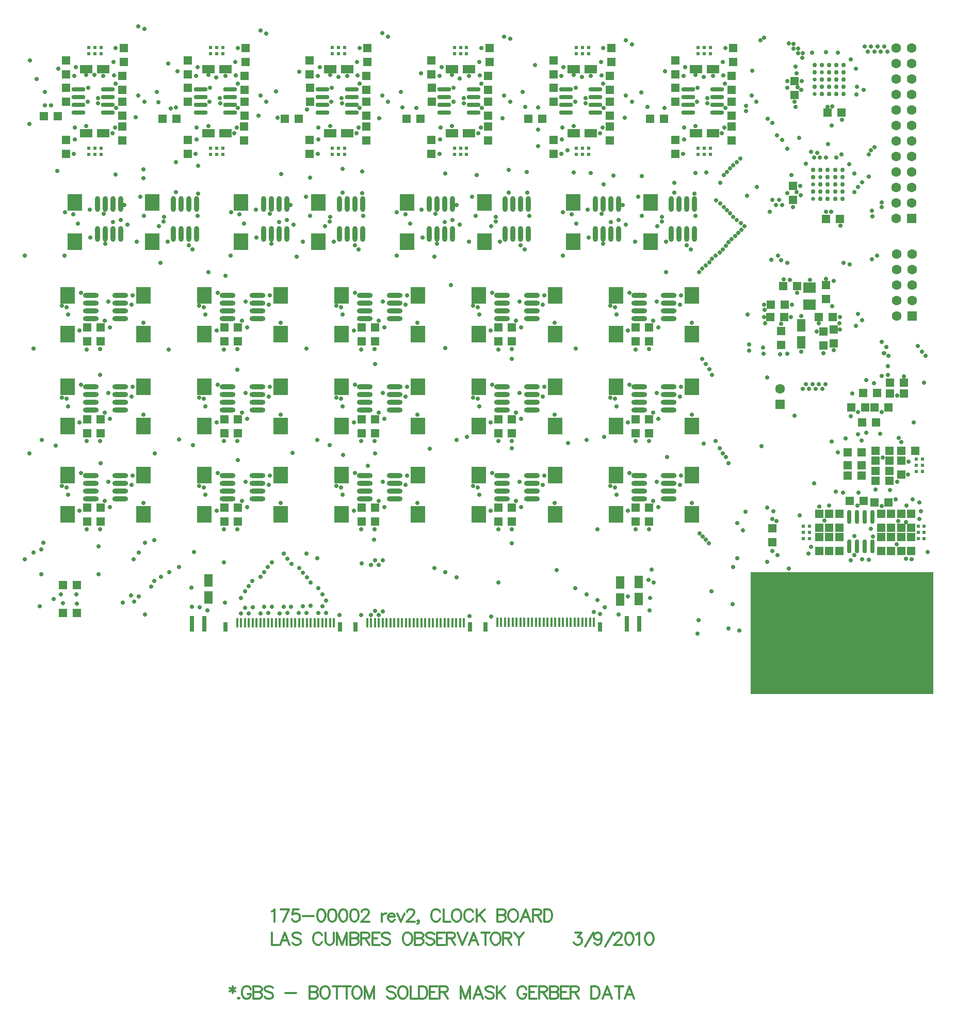
<source format=gbs>
%FSLAX23Y23*%
%MOIN*%
G70*
G01*
G75*
G04 Layer_Color=16711935*
%ADD10R,0.050X0.050*%
%ADD11R,0.036X0.036*%
%ADD12R,0.028X0.036*%
%ADD13R,0.036X0.036*%
%ADD14R,0.087X0.024*%
%ADD15O,0.008X0.033*%
%ADD16O,0.033X0.008*%
%ADD17O,0.024X0.087*%
%ADD18R,0.135X0.070*%
%ADD19R,0.070X0.135*%
%ADD20R,0.045X0.017*%
%ADD21R,0.060X0.086*%
%ADD22R,0.035X0.037*%
%ADD23R,0.035X0.037*%
%ADD24R,0.050X0.050*%
%ADD25O,0.098X0.028*%
%ADD26R,0.138X0.085*%
%ADD27R,0.043X0.085*%
%ADD28R,0.043X0.085*%
%ADD29O,0.061X0.010*%
%ADD30O,0.010X0.061*%
%ADD31R,0.100X0.100*%
%ADD32R,0.048X0.078*%
%ADD33R,0.085X0.138*%
%ADD34R,0.085X0.043*%
%ADD35R,0.085X0.043*%
%ADD36R,0.030X0.100*%
%ADD37R,0.014X0.060*%
%ADD38R,0.031X0.060*%
%ADD39R,0.228X0.228*%
%ADD40C,0.040*%
%ADD41C,0.010*%
%ADD42C,0.005*%
%ADD43C,0.007*%
%ADD44C,0.020*%
%ADD45C,0.012*%
%ADD46R,1.181X0.787*%
%ADD47C,0.012*%
%ADD48C,0.012*%
%ADD49R,0.059X0.059*%
%ADD50C,0.059*%
%ADD51C,0.020*%
%ADD52C,0.026*%
%ADD53C,0.050*%
%ADD54C,0.236*%
%ADD55C,0.024*%
%ADD56C,0.040*%
%ADD57C,0.055*%
%ADD58C,0.030*%
%ADD59C,0.033*%
G04:AMPARAMS|DCode=60|XSize=70mil|YSize=70mil|CornerRadius=0mil|HoleSize=0mil|Usage=FLASHONLY|Rotation=0.000|XOffset=0mil|YOffset=0mil|HoleType=Round|Shape=Relief|Width=10mil|Gap=10mil|Entries=4|*
%AMTHD60*
7,0,0,0.070,0.050,0.010,45*
%
%ADD60THD60*%
G04:AMPARAMS|DCode=61|XSize=95.433mil|YSize=95.433mil|CornerRadius=0mil|HoleSize=0mil|Usage=FLASHONLY|Rotation=0.000|XOffset=0mil|YOffset=0mil|HoleType=Round|Shape=Relief|Width=10mil|Gap=10mil|Entries=4|*
%AMTHD61*
7,0,0,0.095,0.075,0.010,45*
%
%ADD61THD61*%
%ADD62C,0.045*%
%ADD63R,0.075X0.063*%
%ADD64R,0.094X0.102*%
%ADD65O,0.028X0.098*%
%ADD66R,0.078X0.048*%
%ADD67O,0.087X0.024*%
%ADD68R,1.181X0.787*%
%ADD69C,0.010*%
%ADD70C,0.008*%
%ADD71C,0.010*%
%ADD72C,0.008*%
%ADD73C,0.024*%
%ADD74C,0.006*%
%ADD75R,0.240X0.165*%
%ADD76R,1.181X0.787*%
%ADD77R,0.054X0.054*%
%ADD78R,0.040X0.040*%
%ADD79R,0.032X0.040*%
%ADD80R,0.040X0.040*%
%ADD81R,0.091X0.028*%
%ADD82O,0.012X0.037*%
%ADD83O,0.037X0.012*%
%ADD84O,0.028X0.091*%
%ADD85R,0.139X0.074*%
%ADD86R,0.074X0.139*%
%ADD87R,0.049X0.021*%
%ADD88R,0.064X0.090*%
%ADD89R,0.039X0.041*%
%ADD90R,0.039X0.041*%
%ADD91R,0.054X0.054*%
%ADD92O,0.102X0.032*%
%ADD93R,0.142X0.089*%
%ADD94R,0.047X0.089*%
%ADD95R,0.047X0.089*%
%ADD96O,0.065X0.014*%
%ADD97O,0.014X0.065*%
%ADD98R,0.104X0.104*%
%ADD99R,0.052X0.082*%
%ADD100R,0.089X0.142*%
%ADD101R,0.089X0.047*%
%ADD102R,0.089X0.047*%
%ADD103R,0.232X0.232*%
%ADD104C,0.120*%
%ADD105C,0.080*%
%ADD106R,0.063X0.063*%
%ADD107C,0.063*%
%ADD108C,0.030*%
%ADD109C,0.054*%
%ADD110C,0.240*%
%ADD111C,0.028*%
%ADD112R,0.079X0.067*%
%ADD113R,0.098X0.106*%
%ADD114O,0.032X0.102*%
%ADD115R,0.082X0.052*%
%ADD116O,0.091X0.028*%
D36*
X25320Y15794D02*
D03*
X25241D02*
D03*
X22510Y15794D02*
D03*
X22431D02*
D03*
D37*
X23347Y15803D02*
D03*
X22722D02*
D03*
X25028Y15804D02*
D03*
X25003D02*
D03*
X24978D02*
D03*
X24953D02*
D03*
X24928D02*
D03*
X24903D02*
D03*
X24878D02*
D03*
X24853D02*
D03*
X24828D02*
D03*
X24803D02*
D03*
X24778D02*
D03*
X24753D02*
D03*
X24728D02*
D03*
X24703D02*
D03*
X24678D02*
D03*
X24653D02*
D03*
X24628D02*
D03*
X24603D02*
D03*
X24578D02*
D03*
X24553D02*
D03*
X24528D02*
D03*
X24503D02*
D03*
X24478D02*
D03*
X24453D02*
D03*
X24428D02*
D03*
X24403D02*
D03*
X24187Y15803D02*
D03*
X24162D02*
D03*
X24137D02*
D03*
X24112D02*
D03*
X24087D02*
D03*
X24062D02*
D03*
X24037D02*
D03*
X24012D02*
D03*
X23987D02*
D03*
X23962D02*
D03*
X23937D02*
D03*
X23912D02*
D03*
X23887D02*
D03*
X23862D02*
D03*
X23837D02*
D03*
X23812D02*
D03*
X23787D02*
D03*
X23762D02*
D03*
X23737D02*
D03*
X23712D02*
D03*
X23687D02*
D03*
X23662D02*
D03*
X23637D02*
D03*
X23612D02*
D03*
X23587D02*
D03*
X23562D02*
D03*
X23322D02*
D03*
X23297D02*
D03*
X23272D02*
D03*
X23247D02*
D03*
X23222D02*
D03*
X23197D02*
D03*
X23172D02*
D03*
X23147D02*
D03*
X23122D02*
D03*
X23097D02*
D03*
X23072D02*
D03*
X23047D02*
D03*
X23022D02*
D03*
X22997D02*
D03*
X22972D02*
D03*
X22947D02*
D03*
X22922D02*
D03*
X22897D02*
D03*
X22872D02*
D03*
X22847D02*
D03*
X22822D02*
D03*
X22797D02*
D03*
X22772D02*
D03*
X22747D02*
D03*
D38*
X25065Y15776D02*
D03*
X24325D02*
D03*
X24225D02*
D03*
X23485D02*
D03*
X23385D02*
D03*
X22645D02*
D03*
D45*
X22692Y13455D02*
Y13410D01*
X22673Y13444D02*
X22711Y13421D01*
Y13444D02*
X22673Y13421D01*
X22732Y13383D02*
X22728Y13379D01*
X22732Y13375D01*
X22735Y13379D01*
X22732Y13383D01*
X22810Y13436D02*
X22806Y13444D01*
X22799Y13452D01*
X22791Y13455D01*
X22776D01*
X22768Y13452D01*
X22760Y13444D01*
X22757Y13436D01*
X22753Y13425D01*
Y13406D01*
X22757Y13395D01*
X22760Y13387D01*
X22768Y13379D01*
X22776Y13375D01*
X22791D01*
X22799Y13379D01*
X22806Y13387D01*
X22810Y13395D01*
Y13406D01*
X22791D02*
X22810D01*
X22828Y13455D02*
Y13375D01*
Y13455D02*
X22863D01*
X22874Y13452D01*
X22878Y13448D01*
X22882Y13440D01*
Y13433D01*
X22878Y13425D01*
X22874Y13421D01*
X22863Y13417D01*
X22828D02*
X22863D01*
X22874Y13414D01*
X22878Y13410D01*
X22882Y13402D01*
Y13391D01*
X22878Y13383D01*
X22874Y13379D01*
X22863Y13375D01*
X22828D01*
X22953Y13444D02*
X22945Y13452D01*
X22934Y13455D01*
X22919D01*
X22907Y13452D01*
X22900Y13444D01*
Y13436D01*
X22903Y13429D01*
X22907Y13425D01*
X22915Y13421D01*
X22938Y13414D01*
X22945Y13410D01*
X22949Y13406D01*
X22953Y13398D01*
Y13387D01*
X22945Y13379D01*
X22934Y13375D01*
X22919D01*
X22907Y13379D01*
X22900Y13387D01*
X23034Y13410D02*
X23102D01*
X23189Y13455D02*
Y13375D01*
Y13455D02*
X23223D01*
X23234Y13452D01*
X23238Y13448D01*
X23242Y13440D01*
Y13433D01*
X23238Y13425D01*
X23234Y13421D01*
X23223Y13417D01*
X23189D02*
X23223D01*
X23234Y13414D01*
X23238Y13410D01*
X23242Y13402D01*
Y13391D01*
X23238Y13383D01*
X23234Y13379D01*
X23223Y13375D01*
X23189D01*
X23283Y13455D02*
X23275Y13452D01*
X23267Y13444D01*
X23264Y13436D01*
X23260Y13425D01*
Y13406D01*
X23264Y13395D01*
X23267Y13387D01*
X23275Y13379D01*
X23283Y13375D01*
X23298D01*
X23306Y13379D01*
X23313Y13387D01*
X23317Y13395D01*
X23321Y13406D01*
Y13425D01*
X23317Y13436D01*
X23313Y13444D01*
X23306Y13452D01*
X23298Y13455D01*
X23283D01*
X23366D02*
Y13375D01*
X23339Y13455D02*
X23393D01*
X23429D02*
Y13375D01*
X23402Y13455D02*
X23456D01*
X23488D02*
X23480Y13452D01*
X23473Y13444D01*
X23469Y13436D01*
X23465Y13425D01*
Y13406D01*
X23469Y13395D01*
X23473Y13387D01*
X23480Y13379D01*
X23488Y13375D01*
X23503D01*
X23511Y13379D01*
X23518Y13387D01*
X23522Y13395D01*
X23526Y13406D01*
Y13425D01*
X23522Y13436D01*
X23518Y13444D01*
X23511Y13452D01*
X23503Y13455D01*
X23488D01*
X23545D02*
Y13375D01*
Y13455D02*
X23575Y13375D01*
X23606Y13455D02*
X23575Y13375D01*
X23606Y13455D02*
Y13375D01*
X23745Y13444D02*
X23737Y13452D01*
X23726Y13455D01*
X23710D01*
X23699Y13452D01*
X23691Y13444D01*
Y13436D01*
X23695Y13429D01*
X23699Y13425D01*
X23707Y13421D01*
X23729Y13414D01*
X23737Y13410D01*
X23741Y13406D01*
X23745Y13398D01*
Y13387D01*
X23737Y13379D01*
X23726Y13375D01*
X23710D01*
X23699Y13379D01*
X23691Y13387D01*
X23785Y13455D02*
X23778Y13452D01*
X23770Y13444D01*
X23766Y13436D01*
X23763Y13425D01*
Y13406D01*
X23766Y13395D01*
X23770Y13387D01*
X23778Y13379D01*
X23785Y13375D01*
X23801D01*
X23808Y13379D01*
X23816Y13387D01*
X23820Y13395D01*
X23823Y13406D01*
Y13425D01*
X23820Y13436D01*
X23816Y13444D01*
X23808Y13452D01*
X23801Y13455D01*
X23785D01*
X23842D02*
Y13375D01*
X23888D01*
X23897Y13455D02*
Y13375D01*
Y13455D02*
X23923D01*
X23935Y13452D01*
X23942Y13444D01*
X23946Y13436D01*
X23950Y13425D01*
Y13406D01*
X23946Y13395D01*
X23942Y13387D01*
X23935Y13379D01*
X23923Y13375D01*
X23897D01*
X24017Y13455D02*
X23968D01*
Y13375D01*
X24017D01*
X23968Y13417D02*
X23998D01*
X24031Y13455D02*
Y13375D01*
Y13455D02*
X24065D01*
X24076Y13452D01*
X24080Y13448D01*
X24084Y13440D01*
Y13433D01*
X24080Y13425D01*
X24076Y13421D01*
X24065Y13417D01*
X24031D01*
X24057D02*
X24084Y13375D01*
X24165Y13455D02*
Y13375D01*
Y13455D02*
X24195Y13375D01*
X24226Y13455D02*
X24195Y13375D01*
X24226Y13455D02*
Y13375D01*
X24309D02*
X24279Y13455D01*
X24249Y13375D01*
X24260Y13402D02*
X24298D01*
X24381Y13444D02*
X24374Y13452D01*
X24362Y13455D01*
X24347D01*
X24336Y13452D01*
X24328Y13444D01*
Y13436D01*
X24332Y13429D01*
X24336Y13425D01*
X24343Y13421D01*
X24366Y13414D01*
X24374Y13410D01*
X24378Y13406D01*
X24381Y13398D01*
Y13387D01*
X24374Y13379D01*
X24362Y13375D01*
X24347D01*
X24336Y13379D01*
X24328Y13387D01*
X24399Y13455D02*
Y13375D01*
X24453Y13455D02*
X24399Y13402D01*
X24418Y13421D02*
X24453Y13375D01*
X24591Y13436D02*
X24587Y13444D01*
X24579Y13452D01*
X24572Y13455D01*
X24556D01*
X24549Y13452D01*
X24541Y13444D01*
X24537Y13436D01*
X24533Y13425D01*
Y13406D01*
X24537Y13395D01*
X24541Y13387D01*
X24549Y13379D01*
X24556Y13375D01*
X24572D01*
X24579Y13379D01*
X24587Y13387D01*
X24591Y13395D01*
Y13406D01*
X24572D02*
X24591D01*
X24658Y13455D02*
X24609D01*
Y13375D01*
X24658D01*
X24609Y13417D02*
X24639D01*
X24672Y13455D02*
Y13375D01*
Y13455D02*
X24706D01*
X24717Y13452D01*
X24721Y13448D01*
X24725Y13440D01*
Y13433D01*
X24721Y13425D01*
X24717Y13421D01*
X24706Y13417D01*
X24672D01*
X24698D02*
X24725Y13375D01*
X24743Y13455D02*
Y13375D01*
Y13455D02*
X24777D01*
X24789Y13452D01*
X24792Y13448D01*
X24796Y13440D01*
Y13433D01*
X24792Y13425D01*
X24789Y13421D01*
X24777Y13417D01*
X24743D02*
X24777D01*
X24789Y13414D01*
X24792Y13410D01*
X24796Y13402D01*
Y13391D01*
X24792Y13383D01*
X24789Y13379D01*
X24777Y13375D01*
X24743D01*
X24864Y13455D02*
X24814D01*
Y13375D01*
X24864D01*
X24814Y13417D02*
X24845D01*
X24877Y13455D02*
Y13375D01*
Y13455D02*
X24911D01*
X24923Y13452D01*
X24926Y13448D01*
X24930Y13440D01*
Y13433D01*
X24926Y13425D01*
X24923Y13421D01*
X24911Y13417D01*
X24877D01*
X24904D02*
X24930Y13375D01*
X25011Y13455D02*
Y13375D01*
Y13455D02*
X25038D01*
X25049Y13452D01*
X25057Y13444D01*
X25061Y13436D01*
X25064Y13425D01*
Y13406D01*
X25061Y13395D01*
X25057Y13387D01*
X25049Y13379D01*
X25038Y13375D01*
X25011D01*
X25143D02*
X25113Y13455D01*
X25082Y13375D01*
X25094Y13402D02*
X25132D01*
X25189Y13455D02*
Y13375D01*
X25162Y13455D02*
X25215D01*
X25286Y13375D02*
X25255Y13455D01*
X25225Y13375D01*
X25236Y13402D02*
X25274D01*
D47*
X22945Y13803D02*
Y13723D01*
X22991D01*
X23061D02*
X23030Y13803D01*
X23000Y13723D01*
X23011Y13750D02*
X23049D01*
X23133Y13792D02*
X23125Y13799D01*
X23114Y13803D01*
X23098D01*
X23087Y13799D01*
X23079Y13792D01*
Y13784D01*
X23083Y13776D01*
X23087Y13773D01*
X23095Y13769D01*
X23117Y13761D01*
X23125Y13757D01*
X23129Y13754D01*
X23133Y13746D01*
Y13735D01*
X23125Y13727D01*
X23114Y13723D01*
X23098D01*
X23087Y13727D01*
X23079Y13735D01*
X23271Y13784D02*
X23267Y13792D01*
X23259Y13799D01*
X23252Y13803D01*
X23236D01*
X23229Y13799D01*
X23221Y13792D01*
X23217Y13784D01*
X23213Y13773D01*
Y13754D01*
X23217Y13742D01*
X23221Y13735D01*
X23229Y13727D01*
X23236Y13723D01*
X23252D01*
X23259Y13727D01*
X23267Y13735D01*
X23271Y13742D01*
X23293Y13803D02*
Y13746D01*
X23297Y13735D01*
X23304Y13727D01*
X23316Y13723D01*
X23324D01*
X23335Y13727D01*
X23343Y13735D01*
X23346Y13746D01*
Y13803D01*
X23368D02*
Y13723D01*
Y13803D02*
X23399Y13723D01*
X23429Y13803D02*
X23399Y13723D01*
X23429Y13803D02*
Y13723D01*
X23452Y13803D02*
Y13723D01*
Y13803D02*
X23487D01*
X23498Y13799D01*
X23502Y13795D01*
X23506Y13788D01*
Y13780D01*
X23502Y13773D01*
X23498Y13769D01*
X23487Y13765D01*
X23452D02*
X23487D01*
X23498Y13761D01*
X23502Y13757D01*
X23506Y13750D01*
Y13738D01*
X23502Y13731D01*
X23498Y13727D01*
X23487Y13723D01*
X23452D01*
X23523Y13803D02*
Y13723D01*
Y13803D02*
X23558D01*
X23569Y13799D01*
X23573Y13795D01*
X23577Y13788D01*
Y13780D01*
X23573Y13773D01*
X23569Y13769D01*
X23558Y13765D01*
X23523D01*
X23550D02*
X23577Y13723D01*
X23644Y13803D02*
X23595D01*
Y13723D01*
X23644D01*
X23595Y13765D02*
X23625D01*
X23711Y13792D02*
X23703Y13799D01*
X23692Y13803D01*
X23677D01*
X23665Y13799D01*
X23658Y13792D01*
Y13784D01*
X23661Y13776D01*
X23665Y13773D01*
X23673Y13769D01*
X23696Y13761D01*
X23703Y13757D01*
X23707Y13754D01*
X23711Y13746D01*
Y13735D01*
X23703Y13727D01*
X23692Y13723D01*
X23677D01*
X23665Y13727D01*
X23658Y13735D01*
X23814Y13803D02*
X23807Y13799D01*
X23799Y13792D01*
X23795Y13784D01*
X23792Y13773D01*
Y13754D01*
X23795Y13742D01*
X23799Y13735D01*
X23807Y13727D01*
X23814Y13723D01*
X23830D01*
X23837Y13727D01*
X23845Y13735D01*
X23849Y13742D01*
X23853Y13754D01*
Y13773D01*
X23849Y13784D01*
X23845Y13792D01*
X23837Y13799D01*
X23830Y13803D01*
X23814D01*
X23871D02*
Y13723D01*
Y13803D02*
X23905D01*
X23917Y13799D01*
X23921Y13795D01*
X23925Y13788D01*
Y13780D01*
X23921Y13773D01*
X23917Y13769D01*
X23905Y13765D01*
X23871D02*
X23905D01*
X23917Y13761D01*
X23921Y13757D01*
X23925Y13750D01*
Y13738D01*
X23921Y13731D01*
X23917Y13727D01*
X23905Y13723D01*
X23871D01*
X23996Y13792D02*
X23988Y13799D01*
X23977Y13803D01*
X23961D01*
X23950Y13799D01*
X23942Y13792D01*
Y13784D01*
X23946Y13776D01*
X23950Y13773D01*
X23958Y13769D01*
X23981Y13761D01*
X23988Y13757D01*
X23992Y13754D01*
X23996Y13746D01*
Y13735D01*
X23988Y13727D01*
X23977Y13723D01*
X23961D01*
X23950Y13727D01*
X23942Y13735D01*
X24063Y13803D02*
X24014D01*
Y13723D01*
X24063D01*
X24014Y13765D02*
X24044D01*
X24076Y13803D02*
Y13723D01*
Y13803D02*
X24111D01*
X24122Y13799D01*
X24126Y13795D01*
X24130Y13788D01*
Y13780D01*
X24126Y13773D01*
X24122Y13769D01*
X24111Y13765D01*
X24076D01*
X24103D02*
X24130Y13723D01*
X24148Y13803D02*
X24178Y13723D01*
X24209Y13803D02*
X24178Y13723D01*
X24280D02*
X24249Y13803D01*
X24219Y13723D01*
X24230Y13750D02*
X24268D01*
X24325Y13803D02*
Y13723D01*
X24299Y13803D02*
X24352D01*
X24384D02*
X24377Y13799D01*
X24369Y13792D01*
X24365Y13784D01*
X24361Y13773D01*
Y13754D01*
X24365Y13742D01*
X24369Y13735D01*
X24377Y13727D01*
X24384Y13723D01*
X24399D01*
X24407Y13727D01*
X24415Y13735D01*
X24419Y13742D01*
X24422Y13754D01*
Y13773D01*
X24419Y13784D01*
X24415Y13792D01*
X24407Y13799D01*
X24399Y13803D01*
X24384D01*
X24441D02*
Y13723D01*
Y13803D02*
X24475D01*
X24487Y13799D01*
X24490Y13795D01*
X24494Y13788D01*
Y13780D01*
X24490Y13773D01*
X24487Y13769D01*
X24475Y13765D01*
X24441D01*
X24468D02*
X24494Y13723D01*
X24512Y13803D02*
X24543Y13765D01*
Y13723D01*
X24573Y13803D02*
X24543Y13765D01*
X24905Y13803D02*
X24947D01*
X24924Y13773D01*
X24936D01*
X24943Y13769D01*
X24947Y13765D01*
X24951Y13754D01*
Y13746D01*
X24947Y13735D01*
X24940Y13727D01*
X24928Y13723D01*
X24917D01*
X24905Y13727D01*
X24901Y13731D01*
X24898Y13738D01*
X24969Y13712D02*
X25022Y13803D01*
X25077Y13776D02*
X25073Y13765D01*
X25066Y13757D01*
X25054Y13754D01*
X25050D01*
X25039Y13757D01*
X25031Y13765D01*
X25028Y13776D01*
Y13780D01*
X25031Y13792D01*
X25039Y13799D01*
X25050Y13803D01*
X25054D01*
X25066Y13799D01*
X25073Y13792D01*
X25077Y13776D01*
Y13757D01*
X25073Y13738D01*
X25066Y13727D01*
X25054Y13723D01*
X25047D01*
X25035Y13727D01*
X25031Y13735D01*
X25099Y13712D02*
X25152Y13803D01*
X25161Y13784D02*
Y13788D01*
X25165Y13795D01*
X25169Y13799D01*
X25176Y13803D01*
X25192D01*
X25199Y13799D01*
X25203Y13795D01*
X25207Y13788D01*
Y13780D01*
X25203Y13773D01*
X25195Y13761D01*
X25157Y13723D01*
X25211D01*
X25251Y13803D02*
X25240Y13799D01*
X25232Y13788D01*
X25229Y13769D01*
Y13757D01*
X25232Y13738D01*
X25240Y13727D01*
X25251Y13723D01*
X25259D01*
X25271Y13727D01*
X25278Y13738D01*
X25282Y13757D01*
Y13769D01*
X25278Y13788D01*
X25271Y13799D01*
X25259Y13803D01*
X25251D01*
X25300Y13788D02*
X25307Y13792D01*
X25319Y13803D01*
Y13723D01*
X25381Y13803D02*
X25370Y13799D01*
X25362Y13788D01*
X25358Y13769D01*
Y13757D01*
X25362Y13738D01*
X25370Y13727D01*
X25381Y13723D01*
X25389D01*
X25400Y13727D01*
X25408Y13738D01*
X25412Y13757D01*
Y13769D01*
X25408Y13788D01*
X25400Y13799D01*
X25389Y13803D01*
X25381D01*
D48*
X22945Y13938D02*
X22953Y13942D01*
X22964Y13953D01*
Y13873D01*
X23057Y13953D02*
X23019Y13873D01*
X23004Y13953D02*
X23057D01*
X23121D02*
X23083D01*
X23079Y13919D01*
X23083Y13923D01*
X23094Y13926D01*
X23106D01*
X23117Y13923D01*
X23125Y13915D01*
X23128Y13904D01*
Y13896D01*
X23125Y13885D01*
X23117Y13877D01*
X23106Y13873D01*
X23094D01*
X23083Y13877D01*
X23079Y13881D01*
X23075Y13888D01*
X23146Y13907D02*
X23215D01*
X23261Y13953D02*
X23250Y13949D01*
X23242Y13938D01*
X23239Y13919D01*
Y13907D01*
X23242Y13888D01*
X23250Y13877D01*
X23261Y13873D01*
X23269D01*
X23280Y13877D01*
X23288Y13888D01*
X23292Y13907D01*
Y13919D01*
X23288Y13938D01*
X23280Y13949D01*
X23269Y13953D01*
X23261D01*
X23333D02*
X23321Y13949D01*
X23314Y13938D01*
X23310Y13919D01*
Y13907D01*
X23314Y13888D01*
X23321Y13877D01*
X23333Y13873D01*
X23340D01*
X23352Y13877D01*
X23359Y13888D01*
X23363Y13907D01*
Y13919D01*
X23359Y13938D01*
X23352Y13949D01*
X23340Y13953D01*
X23333D01*
X23404D02*
X23392Y13949D01*
X23385Y13938D01*
X23381Y13919D01*
Y13907D01*
X23385Y13888D01*
X23392Y13877D01*
X23404Y13873D01*
X23411D01*
X23423Y13877D01*
X23431Y13888D01*
X23434Y13907D01*
Y13919D01*
X23431Y13938D01*
X23423Y13949D01*
X23411Y13953D01*
X23404D01*
X23475D02*
X23464Y13949D01*
X23456Y13938D01*
X23452Y13919D01*
Y13907D01*
X23456Y13888D01*
X23464Y13877D01*
X23475Y13873D01*
X23483D01*
X23494Y13877D01*
X23502Y13888D01*
X23506Y13907D01*
Y13919D01*
X23502Y13938D01*
X23494Y13949D01*
X23483Y13953D01*
X23475D01*
X23527Y13934D02*
Y13938D01*
X23531Y13945D01*
X23535Y13949D01*
X23543Y13953D01*
X23558D01*
X23565Y13949D01*
X23569Y13945D01*
X23573Y13938D01*
Y13930D01*
X23569Y13923D01*
X23562Y13911D01*
X23523Y13873D01*
X23577D01*
X23658Y13926D02*
Y13873D01*
Y13904D02*
X23661Y13915D01*
X23669Y13923D01*
X23677Y13926D01*
X23688D01*
X23695Y13904D02*
X23741D01*
Y13911D01*
X23737Y13919D01*
X23733Y13923D01*
X23726Y13926D01*
X23714D01*
X23707Y13923D01*
X23699Y13915D01*
X23695Y13904D01*
Y13896D01*
X23699Y13885D01*
X23707Y13877D01*
X23714Y13873D01*
X23726D01*
X23733Y13877D01*
X23741Y13885D01*
X23758Y13926D02*
X23781Y13873D01*
X23804Y13926D02*
X23781Y13873D01*
X23821Y13934D02*
Y13938D01*
X23824Y13945D01*
X23828Y13949D01*
X23836Y13953D01*
X23851D01*
X23859Y13949D01*
X23862Y13945D01*
X23866Y13938D01*
Y13930D01*
X23862Y13923D01*
X23855Y13911D01*
X23817Y13873D01*
X23870D01*
X23896Y13877D02*
X23892Y13873D01*
X23888Y13877D01*
X23892Y13881D01*
X23896Y13877D01*
Y13869D01*
X23892Y13862D01*
X23888Y13858D01*
X24033Y13934D02*
X24029Y13942D01*
X24022Y13949D01*
X24014Y13953D01*
X23999D01*
X23991Y13949D01*
X23984Y13942D01*
X23980Y13934D01*
X23976Y13923D01*
Y13904D01*
X23980Y13892D01*
X23984Y13885D01*
X23991Y13877D01*
X23999Y13873D01*
X24014D01*
X24022Y13877D01*
X24029Y13885D01*
X24033Y13892D01*
X24056Y13953D02*
Y13873D01*
X24101D01*
X24133Y13953D02*
X24125Y13949D01*
X24118Y13942D01*
X24114Y13934D01*
X24110Y13923D01*
Y13904D01*
X24114Y13892D01*
X24118Y13885D01*
X24125Y13877D01*
X24133Y13873D01*
X24148D01*
X24156Y13877D01*
X24163Y13885D01*
X24167Y13892D01*
X24171Y13904D01*
Y13923D01*
X24167Y13934D01*
X24163Y13942D01*
X24156Y13949D01*
X24148Y13953D01*
X24133D01*
X24247Y13934D02*
X24243Y13942D01*
X24235Y13949D01*
X24228Y13953D01*
X24212D01*
X24205Y13949D01*
X24197Y13942D01*
X24193Y13934D01*
X24190Y13923D01*
Y13904D01*
X24193Y13892D01*
X24197Y13885D01*
X24205Y13877D01*
X24212Y13873D01*
X24228D01*
X24235Y13877D01*
X24243Y13885D01*
X24247Y13892D01*
X24269Y13953D02*
Y13873D01*
X24323Y13953D02*
X24269Y13900D01*
X24288Y13919D02*
X24323Y13873D01*
X24403Y13953D02*
Y13873D01*
Y13953D02*
X24438D01*
X24449Y13949D01*
X24453Y13945D01*
X24457Y13938D01*
Y13930D01*
X24453Y13923D01*
X24449Y13919D01*
X24438Y13915D01*
X24403D02*
X24438D01*
X24449Y13911D01*
X24453Y13907D01*
X24457Y13900D01*
Y13888D01*
X24453Y13881D01*
X24449Y13877D01*
X24438Y13873D01*
X24403D01*
X24497Y13953D02*
X24490Y13949D01*
X24482Y13942D01*
X24478Y13934D01*
X24474Y13923D01*
Y13904D01*
X24478Y13892D01*
X24482Y13885D01*
X24490Y13877D01*
X24497Y13873D01*
X24513D01*
X24520Y13877D01*
X24528Y13885D01*
X24532Y13892D01*
X24535Y13904D01*
Y13923D01*
X24532Y13934D01*
X24528Y13942D01*
X24520Y13949D01*
X24513Y13953D01*
X24497D01*
X24615Y13873D02*
X24585Y13953D01*
X24554Y13873D01*
X24566Y13900D02*
X24604D01*
X24634Y13953D02*
Y13873D01*
Y13953D02*
X24668D01*
X24679Y13949D01*
X24683Y13945D01*
X24687Y13938D01*
Y13930D01*
X24683Y13923D01*
X24679Y13919D01*
X24668Y13915D01*
X24634D01*
X24660D02*
X24687Y13873D01*
X24705Y13953D02*
Y13873D01*
Y13953D02*
X24732D01*
X24743Y13949D01*
X24751Y13942D01*
X24754Y13934D01*
X24758Y13923D01*
Y13904D01*
X24754Y13892D01*
X24751Y13885D01*
X24743Y13877D01*
X24732Y13873D01*
X24705D01*
D52*
X26491Y18679D02*
D03*
X26443Y18631D02*
D03*
Y18537D02*
D03*
X26500Y19355D02*
D03*
X26452Y19308D02*
D03*
Y19214D02*
D03*
D55*
X25779Y18825D02*
D03*
X25740D02*
D03*
X25700D02*
D03*
Y18864D02*
D03*
X25740D02*
D03*
X25779D02*
D03*
X24913Y19514D02*
D03*
X24952D02*
D03*
X24992D02*
D03*
Y19475D02*
D03*
X24952D02*
D03*
X24913D02*
D03*
X24992Y18825D02*
D03*
X24952D02*
D03*
X24913D02*
D03*
Y18864D02*
D03*
X24952D02*
D03*
X24992D02*
D03*
X24125Y19514D02*
D03*
X24165D02*
D03*
X24204D02*
D03*
Y19475D02*
D03*
X24165D02*
D03*
X24125D02*
D03*
X24204Y18825D02*
D03*
X24165D02*
D03*
X24125D02*
D03*
Y18864D02*
D03*
X24165D02*
D03*
X24204D02*
D03*
X23338Y19514D02*
D03*
X23377D02*
D03*
X23417D02*
D03*
Y19475D02*
D03*
X23377D02*
D03*
X23338D02*
D03*
X23417Y18825D02*
D03*
X23377D02*
D03*
X23338D02*
D03*
Y18864D02*
D03*
X23377D02*
D03*
X23417D02*
D03*
X22551Y19514D02*
D03*
X22590D02*
D03*
X22629D02*
D03*
Y19475D02*
D03*
X22590D02*
D03*
X22551D02*
D03*
X22629Y18825D02*
D03*
X22590D02*
D03*
X22551D02*
D03*
Y18864D02*
D03*
X22590D02*
D03*
X22629D02*
D03*
X21763Y19514D02*
D03*
X21803D02*
D03*
X21842D02*
D03*
Y19475D02*
D03*
X21803D02*
D03*
X21763D02*
D03*
X21842Y18825D02*
D03*
X21803D02*
D03*
X21763D02*
D03*
Y18864D02*
D03*
X21803D02*
D03*
X21842D02*
D03*
X27161Y16424D02*
D03*
Y16384D02*
D03*
Y16345D02*
D03*
X27122D02*
D03*
Y16384D02*
D03*
Y16424D02*
D03*
X27151Y16857D02*
D03*
Y16817D02*
D03*
Y16778D02*
D03*
X27111D02*
D03*
Y16817D02*
D03*
Y16857D02*
D03*
X25700Y19475D02*
D03*
X25740D02*
D03*
X25779D02*
D03*
Y19514D02*
D03*
X25740D02*
D03*
X25700D02*
D03*
X26420Y16345D02*
D03*
Y16384D02*
D03*
Y16424D02*
D03*
X26381D02*
D03*
Y16384D02*
D03*
Y16345D02*
D03*
D76*
X26631Y15735D02*
D03*
D77*
X27031Y17280D02*
D03*
X26941D02*
D03*
X26627Y19094D02*
D03*
X26537D02*
D03*
X26618Y18407D02*
D03*
X26528D02*
D03*
X26251Y17975D02*
D03*
X26341D02*
D03*
X26166Y17775D02*
D03*
X26256D02*
D03*
X26571Y17775D02*
D03*
X26481D02*
D03*
X26171Y17855D02*
D03*
X26261D02*
D03*
X27013Y16912D02*
D03*
X27103D02*
D03*
X26758Y16752D02*
D03*
X26668D02*
D03*
X26758Y16817D02*
D03*
X26668D02*
D03*
X21595Y16045D02*
D03*
X21685D02*
D03*
X21685Y15865D02*
D03*
X21595D02*
D03*
X26668Y16902D02*
D03*
X26758D02*
D03*
X26848Y16717D02*
D03*
X26938D02*
D03*
X26938Y16782D02*
D03*
X26848D02*
D03*
X26938Y16847D02*
D03*
X26848D02*
D03*
X26938Y16912D02*
D03*
X26848D02*
D03*
X26940Y17350D02*
D03*
X27030D02*
D03*
X26780Y17190D02*
D03*
X26690D02*
D03*
X26840Y17190D02*
D03*
X26930D02*
D03*
X26760Y17095D02*
D03*
X26850D02*
D03*
X26765Y17285D02*
D03*
X26855D02*
D03*
X25391Y19056D02*
D03*
X25481D02*
D03*
X21562Y19072D02*
D03*
X21472D02*
D03*
X22331Y19056D02*
D03*
X22241D02*
D03*
X23119D02*
D03*
X23029D02*
D03*
X23906D02*
D03*
X23816D02*
D03*
X24693D02*
D03*
X24603D02*
D03*
X26841Y16577D02*
D03*
X26931D02*
D03*
X26770Y16588D02*
D03*
X26680D02*
D03*
D84*
X26678Y16484D02*
D03*
X26728D02*
D03*
X26778D02*
D03*
X26828D02*
D03*
X26678Y16295D02*
D03*
X26728D02*
D03*
X26778D02*
D03*
X26828D02*
D03*
D91*
X26322Y19209D02*
D03*
Y19299D02*
D03*
X26313Y18532D02*
D03*
Y18622D02*
D03*
X27013Y16757D02*
D03*
Y16847D02*
D03*
X26526Y17980D02*
D03*
Y17890D02*
D03*
X26576Y17695D02*
D03*
Y17605D02*
D03*
X26511Y17590D02*
D03*
Y17680D02*
D03*
X26236Y17595D02*
D03*
Y17685D02*
D03*
X26180Y16410D02*
D03*
Y16320D02*
D03*
X26483Y16504D02*
D03*
Y16414D02*
D03*
X26948Y16264D02*
D03*
Y16354D02*
D03*
X27078Y16264D02*
D03*
Y16354D02*
D03*
X26883Y16354D02*
D03*
Y16264D02*
D03*
X27078Y16414D02*
D03*
Y16504D02*
D03*
X27013Y16504D02*
D03*
Y16414D02*
D03*
X26948Y16414D02*
D03*
Y16504D02*
D03*
X26883D02*
D03*
Y16414D02*
D03*
X22726Y17617D02*
D03*
Y17707D02*
D03*
X22639D02*
D03*
Y17617D02*
D03*
X25384D02*
D03*
Y17707D02*
D03*
X25297D02*
D03*
Y17617D02*
D03*
X23525Y17116D02*
D03*
Y17026D02*
D03*
X23612D02*
D03*
Y17116D02*
D03*
X22639Y17116D02*
D03*
Y17026D02*
D03*
X22726D02*
D03*
Y17116D02*
D03*
X24411Y16546D02*
D03*
Y16456D02*
D03*
X24498D02*
D03*
Y16546D02*
D03*
X23525D02*
D03*
Y16456D02*
D03*
X23612D02*
D03*
Y16546D02*
D03*
X25918Y19243D02*
D03*
Y19333D02*
D03*
X25554Y19164D02*
D03*
Y19254D02*
D03*
X25553Y19341D02*
D03*
Y19431D02*
D03*
X25917Y19004D02*
D03*
Y18914D02*
D03*
X25918Y19165D02*
D03*
Y19075D02*
D03*
X25553Y18829D02*
D03*
Y18919D02*
D03*
X25927Y19510D02*
D03*
Y19420D02*
D03*
X21990D02*
D03*
Y19510D02*
D03*
X21617Y19164D02*
D03*
Y19254D02*
D03*
X21616Y18829D02*
D03*
Y18919D02*
D03*
X21981Y19165D02*
D03*
Y19075D02*
D03*
X21616Y19431D02*
D03*
Y19341D02*
D03*
X21980Y19004D02*
D03*
Y18914D02*
D03*
X21981Y19333D02*
D03*
Y19243D02*
D03*
X22777Y19420D02*
D03*
Y19510D02*
D03*
X22404Y19164D02*
D03*
Y19254D02*
D03*
X22403Y18829D02*
D03*
Y18919D02*
D03*
X22769Y19165D02*
D03*
Y19075D02*
D03*
X22403Y19431D02*
D03*
Y19341D02*
D03*
X22767Y19004D02*
D03*
Y18914D02*
D03*
X22769Y19333D02*
D03*
Y19243D02*
D03*
X23564Y19420D02*
D03*
Y19510D02*
D03*
X23192Y19164D02*
D03*
Y19254D02*
D03*
X23190Y18829D02*
D03*
Y18919D02*
D03*
X23556Y19165D02*
D03*
Y19075D02*
D03*
X23190Y19431D02*
D03*
Y19341D02*
D03*
X23555Y19004D02*
D03*
Y18914D02*
D03*
X23556Y19333D02*
D03*
Y19243D02*
D03*
X24352Y19420D02*
D03*
Y19510D02*
D03*
X23979Y19164D02*
D03*
Y19254D02*
D03*
X23978Y18829D02*
D03*
Y18919D02*
D03*
X24343Y19165D02*
D03*
Y19075D02*
D03*
X23978Y19431D02*
D03*
Y19341D02*
D03*
X24342Y19004D02*
D03*
Y18914D02*
D03*
X24343Y19333D02*
D03*
Y19243D02*
D03*
X25139Y19420D02*
D03*
Y19510D02*
D03*
X24767Y19164D02*
D03*
Y19254D02*
D03*
X24765Y18829D02*
D03*
Y18919D02*
D03*
X25131Y19165D02*
D03*
Y19075D02*
D03*
X24765Y19431D02*
D03*
Y19341D02*
D03*
X25129Y19004D02*
D03*
Y18914D02*
D03*
X25131Y19333D02*
D03*
Y19243D02*
D03*
X21840Y17707D02*
D03*
Y17617D02*
D03*
X21754D02*
D03*
Y17707D02*
D03*
X23612D02*
D03*
Y17617D02*
D03*
X23525D02*
D03*
Y17707D02*
D03*
X24498D02*
D03*
Y17617D02*
D03*
X24411D02*
D03*
Y17707D02*
D03*
X25297Y16456D02*
D03*
Y16546D02*
D03*
X25384D02*
D03*
Y16456D02*
D03*
X24411Y17026D02*
D03*
Y17116D02*
D03*
X24498D02*
D03*
Y17026D02*
D03*
X25297D02*
D03*
Y17116D02*
D03*
X25384D02*
D03*
Y17026D02*
D03*
X21754Y16456D02*
D03*
Y16546D02*
D03*
X21840D02*
D03*
Y16456D02*
D03*
X22639D02*
D03*
Y16546D02*
D03*
X22726D02*
D03*
Y16456D02*
D03*
X21754Y17026D02*
D03*
Y17116D02*
D03*
X21840D02*
D03*
Y17026D02*
D03*
X27013Y16264D02*
D03*
Y16354D02*
D03*
X26483Y16264D02*
D03*
Y16354D02*
D03*
X26548Y16414D02*
D03*
Y16504D02*
D03*
X26612Y16354D02*
D03*
Y16264D02*
D03*
X26612Y16414D02*
D03*
Y16504D02*
D03*
X26548Y16354D02*
D03*
Y16264D02*
D03*
D92*
X22661Y17764D02*
D03*
Y17814D02*
D03*
Y17864D02*
D03*
Y17914D02*
D03*
X22854Y17764D02*
D03*
Y17814D02*
D03*
Y17864D02*
D03*
Y17914D02*
D03*
X25319Y17764D02*
D03*
Y17814D02*
D03*
Y17864D02*
D03*
Y17914D02*
D03*
X25511Y17764D02*
D03*
Y17814D02*
D03*
Y17864D02*
D03*
Y17914D02*
D03*
X23547Y17174D02*
D03*
Y17224D02*
D03*
Y17274D02*
D03*
Y17324D02*
D03*
X23740Y17174D02*
D03*
Y17224D02*
D03*
Y17274D02*
D03*
Y17324D02*
D03*
X22661Y17174D02*
D03*
Y17224D02*
D03*
Y17274D02*
D03*
Y17324D02*
D03*
X22854Y17174D02*
D03*
Y17224D02*
D03*
Y17274D02*
D03*
Y17324D02*
D03*
X24433Y16603D02*
D03*
Y16653D02*
D03*
Y16703D02*
D03*
Y16753D02*
D03*
X24626Y16603D02*
D03*
Y16653D02*
D03*
Y16703D02*
D03*
Y16753D02*
D03*
X23547Y16603D02*
D03*
Y16653D02*
D03*
Y16703D02*
D03*
Y16753D02*
D03*
X23740Y16603D02*
D03*
Y16653D02*
D03*
Y16703D02*
D03*
Y16753D02*
D03*
X21968Y17914D02*
D03*
Y17864D02*
D03*
Y17814D02*
D03*
Y17764D02*
D03*
X21775Y17914D02*
D03*
Y17864D02*
D03*
Y17814D02*
D03*
Y17764D02*
D03*
X23740Y17914D02*
D03*
Y17864D02*
D03*
Y17814D02*
D03*
Y17764D02*
D03*
X23547Y17914D02*
D03*
Y17864D02*
D03*
Y17814D02*
D03*
Y17764D02*
D03*
X24626Y17914D02*
D03*
Y17864D02*
D03*
Y17814D02*
D03*
Y17764D02*
D03*
X24433Y17914D02*
D03*
Y17864D02*
D03*
Y17814D02*
D03*
Y17764D02*
D03*
X25511Y16753D02*
D03*
Y16703D02*
D03*
Y16653D02*
D03*
Y16603D02*
D03*
X25319Y16753D02*
D03*
Y16703D02*
D03*
Y16653D02*
D03*
Y16603D02*
D03*
X24626Y17324D02*
D03*
Y17274D02*
D03*
Y17224D02*
D03*
Y17174D02*
D03*
X24433Y17324D02*
D03*
Y17274D02*
D03*
Y17224D02*
D03*
Y17174D02*
D03*
X25511Y17324D02*
D03*
Y17274D02*
D03*
Y17224D02*
D03*
Y17174D02*
D03*
X25319Y17324D02*
D03*
Y17274D02*
D03*
Y17224D02*
D03*
Y17174D02*
D03*
X21968Y16753D02*
D03*
Y16703D02*
D03*
Y16653D02*
D03*
Y16603D02*
D03*
X21775Y16753D02*
D03*
Y16703D02*
D03*
Y16653D02*
D03*
Y16603D02*
D03*
X22854Y16753D02*
D03*
Y16703D02*
D03*
Y16653D02*
D03*
Y16603D02*
D03*
X22661Y16753D02*
D03*
Y16703D02*
D03*
Y16653D02*
D03*
Y16603D02*
D03*
X21968Y17324D02*
D03*
Y17274D02*
D03*
Y17224D02*
D03*
Y17174D02*
D03*
X21775Y17324D02*
D03*
Y17274D02*
D03*
Y17224D02*
D03*
Y17174D02*
D03*
D99*
X26366Y17720D02*
D03*
Y17610D02*
D03*
X22536Y15965D02*
D03*
Y16075D02*
D03*
X25196Y16060D02*
D03*
Y15950D02*
D03*
X25316Y16065D02*
D03*
Y15955D02*
D03*
D106*
X26229Y17210D02*
D03*
X27081Y18410D02*
D03*
X27084Y17782D02*
D03*
D107*
X26229Y17310D02*
D03*
X26981Y18410D02*
D03*
X27081Y18510D02*
D03*
X26981D02*
D03*
X27081Y18610D02*
D03*
X26981D02*
D03*
X27081Y18710D02*
D03*
X26981D02*
D03*
X27081Y18810D02*
D03*
X26981D02*
D03*
X27081Y18910D02*
D03*
X26981D02*
D03*
X27081Y19010D02*
D03*
X26981D02*
D03*
X27081Y19110D02*
D03*
X26981D02*
D03*
X27081Y19210D02*
D03*
X26981D02*
D03*
X27081Y19310D02*
D03*
X26981D02*
D03*
X27081Y19410D02*
D03*
X26981D02*
D03*
X27081Y19510D02*
D03*
X26981D02*
D03*
X26984Y18182D02*
D03*
X27084D02*
D03*
X26984Y18082D02*
D03*
X27084D02*
D03*
X26984Y17982D02*
D03*
X27084D02*
D03*
X26984Y17882D02*
D03*
X27084D02*
D03*
X26984Y17782D02*
D03*
D108*
X26443Y18726D02*
D03*
X26491D02*
D03*
X26538D02*
D03*
X26585D02*
D03*
X26632D02*
D03*
X26443Y18679D02*
D03*
X26538D02*
D03*
X26585D02*
D03*
X26632D02*
D03*
X26491Y18631D02*
D03*
X26538D02*
D03*
X26585D02*
D03*
X26632D02*
D03*
X26443Y18584D02*
D03*
X26491D02*
D03*
X26538D02*
D03*
X26585D02*
D03*
X26632D02*
D03*
Y18537D02*
D03*
X26585D02*
D03*
X26538D02*
D03*
X26491D02*
D03*
X26452Y19402D02*
D03*
X26500D02*
D03*
X26547D02*
D03*
X26594D02*
D03*
X26641D02*
D03*
X26452Y19355D02*
D03*
X26547D02*
D03*
X26594D02*
D03*
X26641D02*
D03*
X26500Y19308D02*
D03*
X26547D02*
D03*
X26594D02*
D03*
X26641D02*
D03*
X26452Y19261D02*
D03*
X26500D02*
D03*
X26547D02*
D03*
X26594D02*
D03*
X26641D02*
D03*
Y19214D02*
D03*
X26594D02*
D03*
X26547D02*
D03*
X26500D02*
D03*
D109*
X26159Y16049D02*
D03*
X26316D02*
D03*
X26474D02*
D03*
X26631D02*
D03*
X26789D02*
D03*
X26946D02*
D03*
X27104D02*
D03*
X26159Y15892D02*
D03*
X26316D02*
D03*
X26474D02*
D03*
X26631D02*
D03*
X26789D02*
D03*
X26946D02*
D03*
X27104D02*
D03*
X26474Y15735D02*
D03*
X26631D02*
D03*
X26789D02*
D03*
X26159Y15577D02*
D03*
X26316D02*
D03*
X26474D02*
D03*
X26631D02*
D03*
X26789D02*
D03*
X26946D02*
D03*
X27104D02*
D03*
Y15420D02*
D03*
X26946D02*
D03*
X26789D02*
D03*
X26631D02*
D03*
X26474D02*
D03*
X26316D02*
D03*
X26159D02*
D03*
D110*
X26238Y15735D02*
D03*
X27025D02*
D03*
D111*
X25991Y16397D02*
D03*
X24787Y16143D02*
D03*
X26886Y17396D02*
D03*
X27030Y17392D02*
D03*
X26986Y17268D02*
D03*
X26886Y17162D02*
D03*
X27160Y17350D02*
D03*
X26785Y17369D02*
D03*
X26697Y17283D02*
D03*
X26733Y17162D02*
D03*
X24667Y19127D02*
D03*
X24583Y19130D02*
D03*
X24566Y19228D02*
D03*
X23880Y19125D02*
D03*
X23791Y19129D02*
D03*
X23911Y19349D02*
D03*
X23781Y19228D02*
D03*
X23122Y19358D02*
D03*
X23172Y19116D02*
D03*
X22983Y19060D02*
D03*
X22974Y19231D02*
D03*
X23508Y18997D02*
D03*
X23501Y19335D02*
D03*
X23255Y19388D02*
D03*
X23639Y19058D02*
D03*
X23244Y19333D02*
D03*
X23331Y19165D02*
D03*
X23514Y19124D02*
D03*
X23322Y19009D02*
D03*
X23334Y19254D02*
D03*
X23432Y19330D02*
D03*
X23512Y19283D02*
D03*
X23492Y18962D02*
D03*
X23322Y19337D02*
D03*
X23246Y18920D02*
D03*
X23242Y18828D02*
D03*
X23513Y19510D02*
D03*
X23497Y19420D02*
D03*
X23398Y19189D02*
D03*
X23399Y19154D02*
D03*
X23377Y19324D02*
D03*
X26345Y19478D02*
D03*
X23698Y19166D02*
D03*
Y19584D02*
D03*
X26818Y19521D02*
D03*
X23408Y16886D02*
D03*
X25500Y16872D02*
D03*
X23659Y19205D02*
D03*
Y19607D02*
D03*
X26839Y19487D02*
D03*
X22460Y18997D02*
D03*
X22214Y19162D02*
D03*
X22292Y19122D02*
D03*
X22328Y19128D02*
D03*
X22336Y19361D02*
D03*
X22203Y19228D02*
D03*
X22721Y18997D02*
D03*
X22714Y19335D02*
D03*
X22468Y19388D02*
D03*
X22861Y19074D02*
D03*
X22456Y19333D02*
D03*
X22544Y19165D02*
D03*
X22727Y19124D02*
D03*
X22535Y19009D02*
D03*
X22547Y19254D02*
D03*
X22645Y19330D02*
D03*
X22725Y19283D02*
D03*
X22704Y18962D02*
D03*
X22535Y19337D02*
D03*
X22459Y18920D02*
D03*
X22454Y18828D02*
D03*
X22726Y19510D02*
D03*
X22710Y19420D02*
D03*
X22611Y19189D02*
D03*
X22612Y19154D02*
D03*
X22586Y19321D02*
D03*
X21481Y19143D02*
D03*
X21521Y19141D02*
D03*
X21568Y19378D02*
D03*
X21479Y19229D02*
D03*
X25295Y16405D02*
D03*
X25382Y16406D02*
D03*
X25591Y16753D02*
D03*
X25134Y16686D02*
D03*
X25410Y16588D02*
D03*
X25247Y16525D02*
D03*
X25444Y16547D02*
D03*
X25164Y16676D02*
D03*
X25659Y16575D02*
D03*
D03*
X25174Y16628D02*
D03*
X25256Y16768D02*
D03*
X25582Y16692D02*
D03*
X25434Y16713D02*
D03*
X24409Y16405D02*
D03*
X24496Y16406D02*
D03*
X24705Y16753D02*
D03*
X24248Y16686D02*
D03*
X24524Y16588D02*
D03*
X24361Y16525D02*
D03*
X24558Y16547D02*
D03*
X24278Y16676D02*
D03*
X24773Y16575D02*
D03*
D03*
X24288Y16628D02*
D03*
X24370Y16768D02*
D03*
X24697Y16692D02*
D03*
X24548Y16713D02*
D03*
X23523Y16405D02*
D03*
X23610Y16406D02*
D03*
X23820Y16753D02*
D03*
X23362Y16686D02*
D03*
X23638Y16588D02*
D03*
X23475Y16525D02*
D03*
X23672Y16547D02*
D03*
X23392Y16676D02*
D03*
X23887Y16575D02*
D03*
D03*
X23402Y16628D02*
D03*
X23484Y16768D02*
D03*
X23811Y16692D02*
D03*
X23662Y16713D02*
D03*
X22637Y16405D02*
D03*
X22724Y16406D02*
D03*
X22934Y16753D02*
D03*
X22476Y16686D02*
D03*
X22753Y16588D02*
D03*
X22589Y16525D02*
D03*
X22786Y16547D02*
D03*
X22507Y16676D02*
D03*
X23002Y16575D02*
D03*
D03*
X22516Y16628D02*
D03*
X22598Y16768D02*
D03*
X22925Y16692D02*
D03*
X22776Y16713D02*
D03*
X25295Y16975D02*
D03*
X25382Y16976D02*
D03*
X25591Y17324D02*
D03*
X25134Y17256D02*
D03*
X25410Y17159D02*
D03*
X25247Y17096D02*
D03*
X25444Y17118D02*
D03*
X25164Y17247D02*
D03*
X25659Y17146D02*
D03*
D03*
X25174Y17199D02*
D03*
X25256Y17339D02*
D03*
X25582Y17263D02*
D03*
X25434Y17284D02*
D03*
X24409Y16975D02*
D03*
X24496Y16976D02*
D03*
X24705Y17324D02*
D03*
X24248Y17256D02*
D03*
X24524Y17159D02*
D03*
X24361Y17096D02*
D03*
X24558Y17118D02*
D03*
X24278Y17247D02*
D03*
X24773Y17146D02*
D03*
D03*
X24288Y17199D02*
D03*
X24370Y17339D02*
D03*
X24697Y17263D02*
D03*
X24548Y17284D02*
D03*
X23523Y16975D02*
D03*
X23610Y16976D02*
D03*
X23820Y17324D02*
D03*
X23362Y17256D02*
D03*
X23638Y17159D02*
D03*
X23475Y17096D02*
D03*
X23672Y17118D02*
D03*
X23392Y17247D02*
D03*
X23887Y17146D02*
D03*
D03*
X23402Y17199D02*
D03*
X23484Y17339D02*
D03*
X23811Y17263D02*
D03*
X23662Y17284D02*
D03*
X22637Y16975D02*
D03*
X22724Y16976D02*
D03*
X22934Y17324D02*
D03*
X22476Y17256D02*
D03*
X22753Y17159D02*
D03*
X22589Y17096D02*
D03*
X22786Y17118D02*
D03*
X22507Y17247D02*
D03*
X23002Y17146D02*
D03*
D03*
X22516Y17199D02*
D03*
X22598Y17339D02*
D03*
X22925Y17263D02*
D03*
X22776Y17284D02*
D03*
X21751Y16975D02*
D03*
X21838Y16976D02*
D03*
X22048Y17324D02*
D03*
X21590Y17256D02*
D03*
X21867Y17159D02*
D03*
X21703Y17096D02*
D03*
X21900Y17118D02*
D03*
X21621Y17247D02*
D03*
X22116Y17146D02*
D03*
D03*
X21631Y17199D02*
D03*
X21712Y17339D02*
D03*
X22039Y17263D02*
D03*
X21890Y17284D02*
D03*
X25295Y17566D02*
D03*
X25382Y17567D02*
D03*
X25591Y17915D02*
D03*
X25134Y17847D02*
D03*
X25410Y17750D02*
D03*
X25247Y17687D02*
D03*
X25444Y17708D02*
D03*
X25164Y17837D02*
D03*
X25659Y17737D02*
D03*
D03*
X25174Y17790D02*
D03*
X25256Y17930D02*
D03*
X25582Y17854D02*
D03*
X25434Y17875D02*
D03*
X24409Y17566D02*
D03*
X24496Y17567D02*
D03*
X24705Y17915D02*
D03*
X24248Y17847D02*
D03*
X24524Y17750D02*
D03*
X24361Y17687D02*
D03*
X24558Y17708D02*
D03*
X24278Y17837D02*
D03*
X24773Y17737D02*
D03*
D03*
X24288Y17790D02*
D03*
X24370Y17930D02*
D03*
X24697Y17854D02*
D03*
X24548Y17875D02*
D03*
X23523Y17566D02*
D03*
X23610Y17567D02*
D03*
X23820Y17915D02*
D03*
X23362Y17847D02*
D03*
X23638Y17750D02*
D03*
X23475Y17687D02*
D03*
X23672Y17708D02*
D03*
X23392Y17837D02*
D03*
X23887Y17737D02*
D03*
D03*
X23402Y17790D02*
D03*
X23484Y17930D02*
D03*
X23811Y17854D02*
D03*
X23662Y17875D02*
D03*
X22637Y17566D02*
D03*
X22724Y17567D02*
D03*
X22934Y17915D02*
D03*
X22476Y17847D02*
D03*
X22753Y17750D02*
D03*
X22589Y17687D02*
D03*
X22786Y17708D02*
D03*
X22507Y17837D02*
D03*
X23002Y17737D02*
D03*
D03*
X22516Y17790D02*
D03*
X22598Y17930D02*
D03*
X22925Y17854D02*
D03*
X22776Y17875D02*
D03*
X21751Y17566D02*
D03*
X21838Y17567D02*
D03*
X22048Y17915D02*
D03*
X21590Y17847D02*
D03*
X21867Y17750D02*
D03*
X21703Y17687D02*
D03*
X21900Y17708D02*
D03*
X21621Y17837D02*
D03*
X22116Y17737D02*
D03*
D03*
X21631Y17790D02*
D03*
X21712Y17930D02*
D03*
X22039Y17854D02*
D03*
X21890Y17875D02*
D03*
X25381Y16079D02*
D03*
X26009Y19139D02*
D03*
X25228Y19062D02*
D03*
Y19063D02*
D03*
X24437Y19058D02*
D03*
X22068Y19064D02*
D03*
X25413Y16062D02*
D03*
X21560Y18719D02*
D03*
X22117Y18728D02*
D03*
X21383Y19433D02*
D03*
X22277Y19412D02*
D03*
X24647Y19400D02*
D03*
X26049Y19365D02*
D03*
X26111Y16940D02*
D03*
X26324Y17138D02*
D03*
X25065Y15858D02*
D03*
X24364Y15842D02*
D03*
X24224Y15846D02*
D03*
X23524Y15850D02*
D03*
X23384Y15851D02*
D03*
X26927Y17401D02*
D03*
Y17458D02*
D03*
X26146Y17384D02*
D03*
Y16545D02*
D03*
X21598Y15927D02*
D03*
X26011Y19104D02*
D03*
X26163Y18455D02*
D03*
X26079Y18616D02*
D03*
Y18615D02*
D03*
X25091Y18630D02*
D03*
X25246Y15970D02*
D03*
X25735Y19325D02*
D03*
X24949Y19324D02*
D03*
X21801Y19338D02*
D03*
X24159Y19314D02*
D03*
X25923Y15920D02*
D03*
X22425Y16027D02*
D03*
X26709Y18583D02*
D03*
X26680Y18116D02*
D03*
X22644Y15930D02*
D03*
X22481Y15903D02*
D03*
X22442Y16257D02*
D03*
X22431Y15906D02*
D03*
X26603Y16902D02*
D03*
X26939Y16659D02*
D03*
X27044Y16453D02*
D03*
X26235Y18143D02*
D03*
D03*
X26824Y18148D02*
D03*
D03*
X26215Y18171D02*
D03*
X26858D02*
D03*
X26761Y17756D02*
D03*
X26732Y17795D02*
D03*
X26761Y18644D02*
D03*
X26732Y18615D02*
D03*
X27121Y17589D02*
D03*
X27084Y17882D02*
D03*
X27145Y17550D02*
D03*
X27169Y17526D02*
D03*
X26915Y17583D02*
D03*
X26122Y17539D02*
D03*
X26887Y17615D02*
D03*
X26901Y17542D02*
D03*
X26902D02*
D03*
X26930Y17524D02*
D03*
X26121Y17578D02*
D03*
X26029Y17558D02*
D03*
X26030Y17598D02*
D03*
X25980Y18339D02*
D03*
X26000Y18360D02*
D03*
X26132Y17735D02*
D03*
X26018Y18559D02*
D03*
X26019Y17792D02*
D03*
X26007Y16517D02*
D03*
X25959Y18318D02*
D03*
X25906Y18444D02*
D03*
X25886Y18465D02*
D03*
X25927Y18423D02*
D03*
X25975Y18381D02*
D03*
X25918Y18277D02*
D03*
X25898Y18257D02*
D03*
X25861Y18213D02*
D03*
X25879Y18235D02*
D03*
X25812Y18171D02*
D03*
X25939Y18297D02*
D03*
X25949Y18402D02*
D03*
X25865Y18486D02*
D03*
X26376Y17310D02*
D03*
X26397Y17342D02*
D03*
X26418Y17310D02*
D03*
X26439Y17342D02*
D03*
X26460Y17310D02*
D03*
X26481Y17342D02*
D03*
X26502Y17310D02*
D03*
X26523Y17342D02*
D03*
X25770Y16314D02*
D03*
X25750Y16338D02*
D03*
X25730Y16359D02*
D03*
X25709Y16378D02*
D03*
X25812Y16975D02*
D03*
X25839Y16927D02*
D03*
X25861Y16895D02*
D03*
X25880Y16870D02*
D03*
X25897Y16833D02*
D03*
X25791Y17400D02*
D03*
X25772Y17437D02*
D03*
X25750Y17472D02*
D03*
X25728Y17504D02*
D03*
X25974Y18797D02*
D03*
X25950Y18776D02*
D03*
X25928Y18755D02*
D03*
X25905Y18734D02*
D03*
X25886Y18713D02*
D03*
X25865Y18692D02*
D03*
X25844Y18641D02*
D03*
X25818Y18528D02*
D03*
X25844Y18507D02*
D03*
X25839Y18192D02*
D03*
X25791Y18150D02*
D03*
X25772Y18129D02*
D03*
X25750Y18108D02*
D03*
X25728Y18087D02*
D03*
X25706Y18066D02*
D03*
X24858Y18850D02*
D03*
X24667Y18878D02*
D03*
Y18984D02*
D03*
X25273Y19536D02*
D03*
X25234Y19562D02*
D03*
X24486Y19573D02*
D03*
X24448Y19585D02*
D03*
X22911Y19604D02*
D03*
X22872Y19625D02*
D03*
X25234Y19204D02*
D03*
X25273Y19165D02*
D03*
X24447Y19204D02*
D03*
X24486Y19165D02*
D03*
X22872Y19205D02*
D03*
X22911Y19166D02*
D03*
X22123Y19636D02*
D03*
X22083Y19651D02*
D03*
X22084Y19205D02*
D03*
X22123Y19166D02*
D03*
X26528Y18023D02*
D03*
X26422Y18016D02*
D03*
X26630Y19049D02*
D03*
X26536Y19133D02*
D03*
X26322Y19165D02*
D03*
X26371Y19299D02*
D03*
X26619Y18364D02*
D03*
X26527Y18455D02*
D03*
X26314Y18485D02*
D03*
X26361Y18621D02*
D03*
X26145Y16545D02*
D03*
X26148Y16195D02*
D03*
X26181Y16264D02*
D03*
X26180Y16470D02*
D03*
X21446Y15908D02*
D03*
X21535Y15955D02*
D03*
X22035Y15977D02*
D03*
X21984Y15930D02*
D03*
X22125Y15856D02*
D03*
X27044Y16216D02*
D03*
X26893Y16869D02*
D03*
X27058Y16757D02*
D03*
X27013Y16967D02*
D03*
X26758Y16977D02*
D03*
X26988Y16712D02*
D03*
X26848Y16662D02*
D03*
X26484Y16553D02*
D03*
X26815Y16409D02*
D03*
X26729Y16558D02*
D03*
X26759Y16213D02*
D03*
X27044Y16216D02*
D03*
X26984Y16308D02*
D03*
X27079Y16213D02*
D03*
X27129Y16473D02*
D03*
X26709Y16238D02*
D03*
X26829Y16358D02*
D03*
X26429Y16293D02*
D03*
X26804Y16208D02*
D03*
X26709Y16363D02*
D03*
X26994Y16458D02*
D03*
X26877Y17023D02*
D03*
X26787Y17028D02*
D03*
X26837Y17348D02*
D03*
X26732Y17018D02*
D03*
X25966Y15750D02*
D03*
X26575Y18008D02*
D03*
X26614Y17735D02*
D03*
X26131Y17821D02*
D03*
X26366Y17782D02*
D03*
X26292Y18016D02*
D03*
X26252Y18017D02*
D03*
X26341Y17930D02*
D03*
X26568Y17845D02*
D03*
X26617Y17775D02*
D03*
X26480Y17734D02*
D03*
X26468Y17681D02*
D03*
X26617Y17696D02*
D03*
X26277Y17537D02*
D03*
X26577Y17560D02*
D03*
X26509Y17541D02*
D03*
X26366Y17551D02*
D03*
X26236Y17730D02*
D03*
X26301Y17775D02*
D03*
X26306Y17855D02*
D03*
X26126D02*
D03*
Y17775D02*
D03*
X24979Y15986D02*
D03*
X25786Y16005D02*
D03*
X25096Y15900D02*
D03*
X25026Y15870D02*
D03*
X25051Y15948D02*
D03*
X25391Y15960D02*
D03*
X25186Y15855D02*
D03*
X25386Y15880D02*
D03*
X22531D02*
D03*
X22346Y16160D02*
D03*
X22284Y16129D02*
D03*
X23272Y15907D02*
D03*
X23071Y15905D02*
D03*
X22946D02*
D03*
X23022Y15906D02*
D03*
X22896Y15904D02*
D03*
X22822Y15900D02*
D03*
X22772Y15898D02*
D03*
X22748Y15861D02*
D03*
X22798Y15863D02*
D03*
X22997Y15861D02*
D03*
X22922Y15864D02*
D03*
X23046Y15865D02*
D03*
X23121D02*
D03*
X25051Y16405D02*
D03*
X24981Y16980D02*
D03*
X24911Y17570D02*
D03*
X24141Y16980D02*
D03*
X24066Y17575D02*
D03*
X23996Y18165D02*
D03*
X23241Y16980D02*
D03*
X23171Y17570D02*
D03*
X23106Y18165D02*
D03*
X22346Y16985D02*
D03*
X22281Y17565D02*
D03*
X21751Y16405D02*
D03*
X21461Y16980D02*
D03*
X21406Y17570D02*
D03*
X21351Y18170D02*
D03*
X21606D02*
D03*
X21609Y18453D02*
D03*
X22409Y18238D02*
D03*
X21859Y18443D02*
D03*
X21869Y18248D02*
D03*
X22014Y18373D02*
D03*
X22249Y18423D02*
D03*
X21919Y18388D02*
D03*
X21694Y18378D02*
D03*
X21774Y18288D02*
D03*
X21664Y18438D02*
D03*
X21769Y18468D02*
D03*
X22119Y18428D02*
D03*
X21969Y18403D02*
D03*
X22074Y18263D02*
D03*
X22274D02*
D03*
X21994Y18498D02*
D03*
X22048Y16753D02*
D03*
X21590Y16686D02*
D03*
X21900Y16547D02*
D03*
X21703Y16525D02*
D03*
X21867Y16588D02*
D03*
X21621Y16676D02*
D03*
X22116Y16575D02*
D03*
D03*
X21631Y16628D02*
D03*
X22039Y16692D02*
D03*
X21712Y16768D02*
D03*
X21890Y16713D02*
D03*
X23247Y18997D02*
D03*
X21759Y19254D02*
D03*
X21858Y19330D02*
D03*
X21940Y19124D02*
D03*
X21747Y19009D02*
D03*
X21669Y19333D02*
D03*
X21756Y19165D02*
D03*
X21681Y19388D02*
D03*
X21927Y19335D02*
D03*
X21673Y18997D02*
D03*
X21933D02*
D03*
X21823Y19189D02*
D03*
X21824Y19154D02*
D03*
X21938Y19510D02*
D03*
X21922Y19420D02*
D03*
X21672Y18920D02*
D03*
X21667Y18828D02*
D03*
X21747Y19337D02*
D03*
X21917Y18962D02*
D03*
X21937Y19283D02*
D03*
X22460Y18997D02*
D03*
X24121Y19254D02*
D03*
X24220Y19330D02*
D03*
X24302Y19124D02*
D03*
X24110Y19009D02*
D03*
X24031Y19333D02*
D03*
X24119Y19165D02*
D03*
X24043Y19388D02*
D03*
X24289Y19335D02*
D03*
X24035Y18997D02*
D03*
X24296D02*
D03*
X24185Y19189D02*
D03*
X24186Y19154D02*
D03*
X24301Y19510D02*
D03*
X24285Y19420D02*
D03*
X24034Y18920D02*
D03*
X24029Y18828D02*
D03*
X24110Y19337D02*
D03*
X24279Y18962D02*
D03*
X24300Y19283D02*
D03*
X24909Y19254D02*
D03*
X25089Y19124D02*
D03*
X24818Y19333D02*
D03*
X24906Y19165D02*
D03*
X24830Y19388D02*
D03*
X25076Y19335D02*
D03*
X24822Y18997D02*
D03*
X25083D02*
D03*
X24973Y19189D02*
D03*
X24974Y19154D02*
D03*
X25088Y19510D02*
D03*
X25072Y19420D02*
D03*
X24821Y18920D02*
D03*
X24816Y18828D02*
D03*
X24897Y19337D02*
D03*
X25066Y18962D02*
D03*
X25087Y19283D02*
D03*
X25696Y19254D02*
D03*
X25795Y19330D02*
D03*
X25877Y19124D02*
D03*
X25684Y19009D02*
D03*
X25606Y19333D02*
D03*
X25693Y19165D02*
D03*
X25618Y19388D02*
D03*
X25864Y19335D02*
D03*
X25610Y18997D02*
D03*
X25870D02*
D03*
X25760Y19189D02*
D03*
X25761Y19154D02*
D03*
X25875Y19510D02*
D03*
X25859Y19420D02*
D03*
X25609Y18920D02*
D03*
X25604Y18828D02*
D03*
X25684Y19337D02*
D03*
X25854Y18962D02*
D03*
X25874Y19283D02*
D03*
X22636Y16192D02*
D03*
X24906Y16026D02*
D03*
X24411Y16063D02*
D03*
X23146Y15909D02*
D03*
X23246Y15865D02*
D03*
X23171D02*
D03*
X23196Y15910D02*
D03*
X23296Y15865D02*
D03*
X24140Y16094D02*
D03*
X24066Y16127D02*
D03*
X23997Y16155D02*
D03*
X22896Y16129D02*
D03*
X23022Y16247D02*
D03*
X23047Y16216D02*
D03*
X23072Y16183D02*
D03*
X23146Y16126D02*
D03*
X23173Y16094D02*
D03*
X23198Y16062D02*
D03*
X23246Y16024D02*
D03*
X23272Y15907D02*
D03*
X23272Y15986D02*
D03*
X23170Y16249D02*
D03*
X23240Y16217D02*
D03*
X23526Y16185D02*
D03*
X23296Y15944D02*
D03*
X22748Y15962D02*
D03*
X22773Y16005D02*
D03*
X22821Y16070D02*
D03*
X22798Y16037D02*
D03*
X22921Y16160D02*
D03*
X22946Y16192D02*
D03*
X21836Y17400D02*
D03*
X22724Y17436D02*
D03*
X23612Y17472D02*
D03*
X24496Y17504D02*
D03*
X21839Y16833D02*
D03*
X22725Y16853D02*
D03*
X23612Y16896D02*
D03*
X24497Y16927D02*
D03*
X21838Y16406D02*
D03*
X23608Y16338D02*
D03*
X24496Y16314D02*
D03*
X22095Y18551D02*
D03*
X22328Y18580D02*
D03*
Y18774D02*
D03*
X22469Y18571D02*
D03*
Y18753D02*
D03*
X23402Y18579D02*
D03*
Y18733D02*
D03*
X23530Y18576D02*
D03*
X23529Y18716D02*
D03*
X24477Y18724D02*
D03*
X24593Y18712D02*
D03*
X25547Y18641D02*
D03*
X21379Y19020D02*
D03*
X21380Y16895D02*
D03*
X24861Y16961D02*
D03*
X23079Y16899D02*
D03*
X22191Y16895D02*
D03*
X25736Y16958D02*
D03*
X21428Y19313D02*
D03*
X21549Y16945D02*
D03*
X22435Y16949D02*
D03*
X23321D02*
D03*
X22647Y18041D02*
D03*
X22535Y18065D02*
D03*
X25494Y18066D02*
D03*
X23965Y16924D02*
D03*
X23566Y16814D02*
D03*
X24103Y17980D02*
D03*
X25682Y18704D02*
D03*
X25152Y18689D02*
D03*
X24065Y18701D02*
D03*
X25754Y18708D02*
D03*
X25338Y18685D02*
D03*
X24269Y18691D02*
D03*
X26776Y19521D02*
D03*
X26860D02*
D03*
X26902D02*
D03*
X26797Y19487D02*
D03*
X26881D02*
D03*
X26923D02*
D03*
X26438Y19481D02*
D03*
X26527Y19484D02*
D03*
X26603Y19483D02*
D03*
X26687Y19437D02*
D03*
X26721Y19378D02*
D03*
X26725Y19260D02*
D03*
X26567Y19135D02*
D03*
X26449Y18804D02*
D03*
X26488D02*
D03*
X26528Y18805D02*
D03*
X26594D02*
D03*
X26678Y18762D02*
D03*
X26709Y18701D02*
D03*
X26559Y18455D02*
D03*
X26396Y18765D02*
D03*
X26375Y19479D02*
D03*
X26346Y19508D02*
D03*
X26315Y19508D02*
D03*
X26316Y19538D02*
D03*
X26373Y19447D02*
D03*
X26285Y19540D02*
D03*
X26329Y19390D02*
D03*
X26181Y19028D02*
D03*
X26151Y19055D02*
D03*
X26243Y18919D02*
D03*
X26209Y18949D02*
D03*
X26127Y19579D02*
D03*
X26337Y19349D02*
D03*
X26275Y19254D02*
D03*
X26562Y19010D02*
D03*
X26539Y18893D02*
D03*
X26353Y18933D02*
D03*
X26275Y18861D02*
D03*
X26048Y19204D02*
D03*
X26102Y19560D02*
D03*
X26075Y19165D02*
D03*
X26244Y18497D02*
D03*
X26223Y18530D02*
D03*
X26202Y18497D02*
D03*
X26181Y18531D02*
D03*
X26367Y19240D02*
D03*
X26362Y18562D02*
D03*
X26330Y19131D02*
D03*
X26275Y18574D02*
D03*
X26723Y19212D02*
D03*
X26771Y19240D02*
D03*
X27094Y17096D02*
D03*
X26231Y17535D02*
D03*
X26563Y16972D02*
D03*
X26545Y16557D02*
D03*
X21686Y15924D02*
D03*
X21684Y15984D02*
D03*
X21583Y15985D02*
D03*
X25702Y15817D02*
D03*
X25697Y15733D02*
D03*
X25896Y15765D02*
D03*
X21826Y16115D02*
D03*
X23122Y16154D02*
D03*
X21826Y16295D02*
D03*
X21456Y16115D02*
D03*
X26686Y16205D02*
D03*
Y17135D02*
D03*
X21456Y16275D02*
D03*
X22186Y16070D02*
D03*
Y16335D02*
D03*
X22166Y16036D02*
D03*
X22126Y16317D02*
D03*
X22087Y15970D02*
D03*
Y16255D02*
D03*
X21406Y16256D02*
D03*
X22056Y15938D02*
D03*
X22054Y16212D02*
D03*
X21351D02*
D03*
X23587Y15853D02*
D03*
X23612Y15877D02*
D03*
X23637Y15851D02*
D03*
X23662Y15876D02*
D03*
Y16206D02*
D03*
X23637Y16176D02*
D03*
X23612Y16206D02*
D03*
X23587Y16176D02*
D03*
X25926Y16161D02*
D03*
X26287Y16153D02*
D03*
X26208Y16457D02*
D03*
X25952Y16219D02*
D03*
X25954Y16445D02*
D03*
X26212Y16239D02*
D03*
X26413Y16249D02*
D03*
X27182Y16257D02*
D03*
X26358Y16496D02*
D03*
X26517Y16460D02*
D03*
X26187Y16520D02*
D03*
X27140Y16523D02*
D03*
X26984Y16308D02*
D03*
X26975Y16598D02*
D03*
X27086Y16597D02*
D03*
X27130Y16577D02*
D03*
X27045Y16558D02*
D03*
X26998Y16996D02*
D03*
X27061Y16841D02*
D03*
X26826Y18426D02*
D03*
X26822Y18460D02*
D03*
X26886Y18486D02*
D03*
X26885Y18516D02*
D03*
X26839Y18872D02*
D03*
X26430Y18841D02*
D03*
X26816Y18850D02*
D03*
X26471Y18835D02*
D03*
X26802Y18824D02*
D03*
X26625Y18825D02*
D03*
X26803Y18680D02*
D03*
X26738Y16642D02*
D03*
X26638D02*
D03*
X26653Y16992D02*
D03*
X26720Y17719D02*
D03*
X26641Y18124D02*
D03*
X26276D02*
D03*
X21469Y16317D02*
D03*
X25399Y16146D02*
D03*
X22248Y18390D02*
D03*
X22434Y18212D02*
D03*
X22465Y18428D02*
D03*
X22095Y18551D02*
D03*
X22218Y18363D02*
D03*
D03*
X25093Y17002D02*
D03*
X24897Y19009D02*
D03*
X24896Y18708D02*
D03*
X23007Y18698D02*
D03*
X21937Y18696D02*
D03*
X22872Y16099D02*
D03*
Y15863D02*
D03*
X22229Y16098D02*
D03*
X22226Y18125D02*
D03*
X25007Y19330D02*
D03*
X25008Y18705D02*
D03*
X23193Y18674D02*
D03*
X22117Y18672D02*
D03*
X23147Y18263D02*
D03*
X23322Y18423D02*
D03*
X22767Y18378D02*
D03*
X22682Y18453D02*
D03*
X23168Y18551D02*
D03*
D03*
X23291Y18363D02*
D03*
D03*
X22932Y18443D02*
D03*
X23482Y18238D02*
D03*
X23321Y18390D02*
D03*
X23507Y18212D02*
D03*
X22992Y18388D02*
D03*
X23067Y18498D02*
D03*
X23347Y18263D02*
D03*
X22942Y18248D02*
D03*
X23087Y18373D02*
D03*
X22737Y18438D02*
D03*
X22847Y18288D02*
D03*
X23042Y18403D02*
D03*
X23192Y18428D02*
D03*
X22842Y18468D02*
D03*
X22679Y18170D02*
D03*
X23538Y18428D02*
D03*
X24219Y18263D02*
D03*
X24394Y18423D02*
D03*
X23839Y18378D02*
D03*
X23754Y18453D02*
D03*
X24241Y18551D02*
D03*
D03*
X24364Y18363D02*
D03*
D03*
X24004Y18443D02*
D03*
X24554Y18238D02*
D03*
X24580Y18212D02*
D03*
X24394Y18390D02*
D03*
X24064Y18388D02*
D03*
X24139Y18498D02*
D03*
X24419Y18263D02*
D03*
X24014Y18248D02*
D03*
X24159Y18373D02*
D03*
X23809Y18438D02*
D03*
X23919Y18288D02*
D03*
X24114Y18403D02*
D03*
X24264Y18428D02*
D03*
X23914Y18468D02*
D03*
X23752Y18170D02*
D03*
X24611Y18428D02*
D03*
X24475Y18579D02*
D03*
X25292Y18263D02*
D03*
X25467Y18423D02*
D03*
X24912Y18378D02*
D03*
X24827Y18453D02*
D03*
X25314Y18551D02*
D03*
D03*
X25437Y18363D02*
D03*
D03*
X25077Y18443D02*
D03*
X25627Y18238D02*
D03*
X25467Y18390D02*
D03*
X25653Y18212D02*
D03*
X25137Y18388D02*
D03*
X25212Y18498D02*
D03*
X25492Y18263D02*
D03*
X25087Y18248D02*
D03*
X25232Y18373D02*
D03*
X24882Y18438D02*
D03*
X24992Y18288D02*
D03*
X25187Y18403D02*
D03*
X25337Y18428D02*
D03*
X24987Y18468D02*
D03*
X25676Y18571D02*
D03*
X24825Y18170D02*
D03*
X25548Y18579D02*
D03*
X25684Y18428D02*
D03*
X24598Y18577D02*
D03*
X24207Y17002D02*
D03*
X26336Y18581D02*
D03*
X26343Y19258D02*
D03*
X26275Y19298D02*
D03*
X26304Y18693D02*
D03*
X26174Y18145D02*
D03*
X25332Y19225D02*
D03*
X25484Y19126D02*
D03*
X25487Y19361D02*
D03*
X25373Y19131D02*
D03*
X26886Y16555D02*
D03*
X26591Y16649D02*
D03*
X26449Y16702D02*
D03*
D112*
X26421Y17965D02*
D03*
Y17855D02*
D03*
D113*
X22174Y18262D02*
D03*
Y18514D02*
D03*
X21674Y18262D02*
D03*
Y18514D02*
D03*
X24319Y18262D02*
D03*
Y18514D02*
D03*
X23819Y18262D02*
D03*
Y18514D02*
D03*
X25392Y18262D02*
D03*
Y18514D02*
D03*
X24892Y18262D02*
D03*
Y18514D02*
D03*
X22747Y18262D02*
D03*
Y18514D02*
D03*
X23247Y18262D02*
D03*
Y18514D02*
D03*
X22511Y17664D02*
D03*
Y17916D02*
D03*
X23004D02*
D03*
Y17664D02*
D03*
X25169D02*
D03*
Y17916D02*
D03*
X25661D02*
D03*
Y17664D02*
D03*
X24283D02*
D03*
Y17916D02*
D03*
X23889Y17325D02*
D03*
Y17073D02*
D03*
X23397D02*
D03*
Y17325D02*
D03*
X23004Y17325D02*
D03*
Y17073D02*
D03*
X22511D02*
D03*
Y17325D02*
D03*
X24775Y16754D02*
D03*
Y16502D02*
D03*
X24283D02*
D03*
Y16754D02*
D03*
X23889D02*
D03*
Y16502D02*
D03*
X23397D02*
D03*
Y16754D02*
D03*
X21626Y17916D02*
D03*
Y17664D02*
D03*
X22118D02*
D03*
Y17916D02*
D03*
X23397D02*
D03*
Y17664D02*
D03*
X23889D02*
D03*
Y17916D02*
D03*
X24775Y17664D02*
D03*
Y17916D02*
D03*
X25661Y16502D02*
D03*
Y16754D02*
D03*
X25169D02*
D03*
Y16502D02*
D03*
X24775Y17073D02*
D03*
Y17325D02*
D03*
X24283D02*
D03*
Y17073D02*
D03*
X25661D02*
D03*
Y17325D02*
D03*
X25169D02*
D03*
Y17073D02*
D03*
X22118Y16502D02*
D03*
Y16754D02*
D03*
X21626D02*
D03*
Y16502D02*
D03*
X23004D02*
D03*
Y16754D02*
D03*
X22511D02*
D03*
Y16502D02*
D03*
X22118Y17073D02*
D03*
Y17325D02*
D03*
X21626D02*
D03*
Y17073D02*
D03*
D114*
X22309Y18504D02*
D03*
X22359D02*
D03*
X22409D02*
D03*
X22459D02*
D03*
X22309Y18311D02*
D03*
X22359D02*
D03*
X22409D02*
D03*
X22459D02*
D03*
X21819Y18504D02*
D03*
X21869D02*
D03*
X21919D02*
D03*
X21969D02*
D03*
X21819Y18311D02*
D03*
X21869D02*
D03*
X21919D02*
D03*
X21969D02*
D03*
X24454Y18504D02*
D03*
X24504D02*
D03*
X24554D02*
D03*
X24604D02*
D03*
X24454Y18311D02*
D03*
X24504D02*
D03*
X24554D02*
D03*
X24604D02*
D03*
X23964Y18504D02*
D03*
X24014D02*
D03*
X24064D02*
D03*
X24114D02*
D03*
X23964Y18311D02*
D03*
X24014D02*
D03*
X24064D02*
D03*
X24114D02*
D03*
X25527Y18504D02*
D03*
X25577D02*
D03*
X25627D02*
D03*
X25677D02*
D03*
X25527Y18311D02*
D03*
X25577D02*
D03*
X25627D02*
D03*
X25677D02*
D03*
X25037Y18504D02*
D03*
X25087D02*
D03*
X25137D02*
D03*
X25187D02*
D03*
X25037Y18311D02*
D03*
X25087D02*
D03*
X25137D02*
D03*
X25187D02*
D03*
X23382Y18504D02*
D03*
X23432D02*
D03*
X23482D02*
D03*
X23532D02*
D03*
X23382Y18311D02*
D03*
X23432D02*
D03*
X23482D02*
D03*
X23532D02*
D03*
X22892Y18504D02*
D03*
X22942D02*
D03*
X22992D02*
D03*
X23042D02*
D03*
X22892Y18311D02*
D03*
X22942D02*
D03*
X22992D02*
D03*
X23042D02*
D03*
D115*
X25795Y18963D02*
D03*
X25685D02*
D03*
X25795Y19376D02*
D03*
X25685D02*
D03*
X21858D02*
D03*
X21748D02*
D03*
X21858Y18963D02*
D03*
X21748D02*
D03*
X22645Y19376D02*
D03*
X22535D02*
D03*
X22645Y18963D02*
D03*
X22535D02*
D03*
X23432Y19376D02*
D03*
X23322D02*
D03*
X23432Y18963D02*
D03*
X23322D02*
D03*
X24220Y19376D02*
D03*
X24110D02*
D03*
X24220Y18963D02*
D03*
X24110D02*
D03*
X25007Y19376D02*
D03*
X24897D02*
D03*
X25007Y18963D02*
D03*
X24897D02*
D03*
D116*
X25635Y19095D02*
D03*
Y19145D02*
D03*
Y19195D02*
D03*
Y19245D02*
D03*
X25824Y19095D02*
D03*
Y19145D02*
D03*
Y19195D02*
D03*
Y19245D02*
D03*
X21698Y19095D02*
D03*
Y19145D02*
D03*
Y19195D02*
D03*
Y19245D02*
D03*
X21887Y19095D02*
D03*
Y19145D02*
D03*
Y19195D02*
D03*
Y19245D02*
D03*
X24060Y19095D02*
D03*
Y19145D02*
D03*
Y19195D02*
D03*
Y19245D02*
D03*
X24249Y19095D02*
D03*
Y19145D02*
D03*
Y19195D02*
D03*
Y19245D02*
D03*
X24848Y19095D02*
D03*
Y19145D02*
D03*
Y19195D02*
D03*
Y19245D02*
D03*
X25037Y19095D02*
D03*
Y19145D02*
D03*
Y19195D02*
D03*
Y19245D02*
D03*
X23273Y19095D02*
D03*
Y19145D02*
D03*
Y19195D02*
D03*
Y19245D02*
D03*
X23462Y19095D02*
D03*
Y19145D02*
D03*
Y19195D02*
D03*
Y19245D02*
D03*
X22486Y19095D02*
D03*
Y19145D02*
D03*
Y19195D02*
D03*
Y19245D02*
D03*
X22675Y19095D02*
D03*
Y19145D02*
D03*
Y19195D02*
D03*
Y19245D02*
D03*
M02*

</source>
